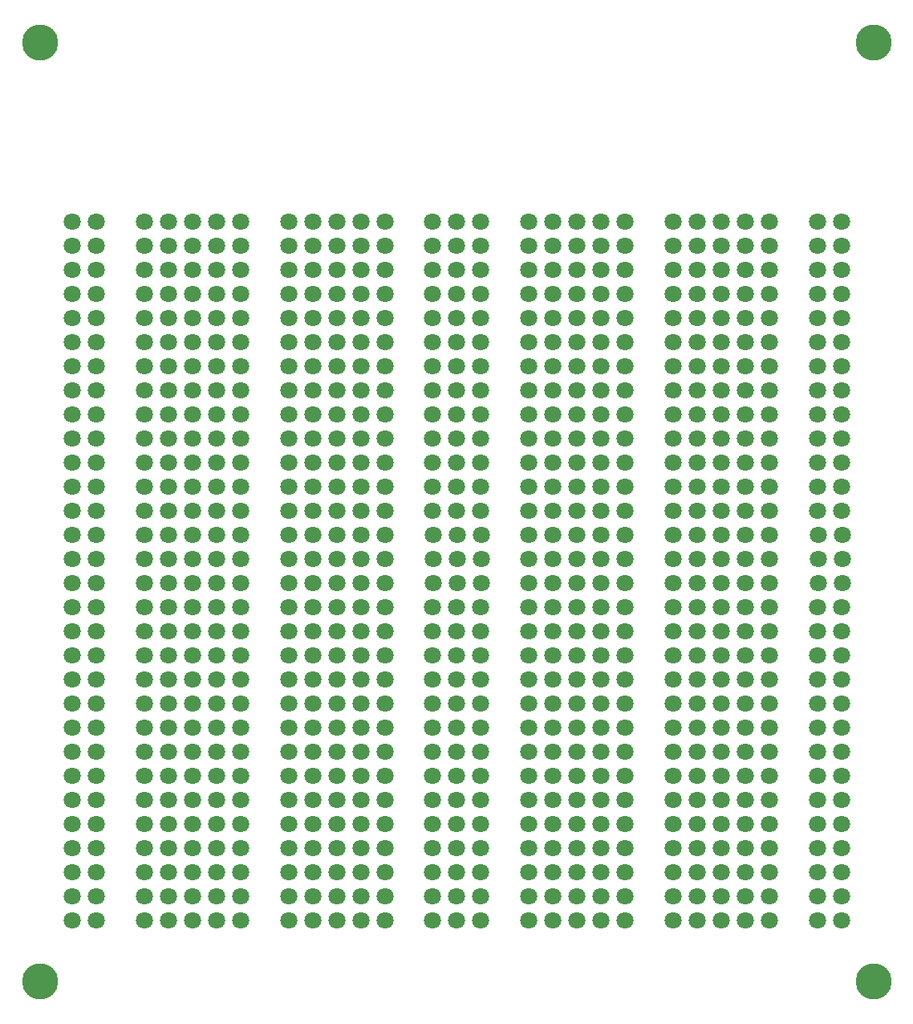
<source format=gbs>
G04 #@! TF.GenerationSoftware,KiCad,Pcbnew,8.0.2*
G04 #@! TF.CreationDate,2024-08-26T09:48:12-06:00*
G04 #@! TF.ProjectId,Perfboard_1_Horizontal,50657266-626f-4617-9264-5f315f486f72,rev?*
G04 #@! TF.SameCoordinates,Original*
G04 #@! TF.FileFunction,Soldermask,Bot*
G04 #@! TF.FilePolarity,Negative*
%FSLAX46Y46*%
G04 Gerber Fmt 4.6, Leading zero omitted, Abs format (unit mm)*
G04 Created by KiCad (PCBNEW 8.0.2) date 2024-08-26 09:48:12*
%MOMM*%
%LPD*%
G01*
G04 APERTURE LIST*
%ADD10C,1.803200*%
%ADD11C,2.600000*%
%ADD12C,3.800000*%
G04 APERTURE END LIST*
D10*
X160700000Y-124000000D03*
X135360000Y-126540000D03*
X137900000Y-78280000D03*
X165780000Y-78280000D03*
X188640000Y-80820000D03*
X158160000Y-52880000D03*
X132820000Y-106220000D03*
X148000000Y-83360000D03*
X120120000Y-57960000D03*
X145460000Y-55420000D03*
X140440000Y-85900000D03*
X109960000Y-101140000D03*
X125200000Y-78280000D03*
X115040000Y-70660000D03*
X181020000Y-118920000D03*
X163240000Y-68120000D03*
X181020000Y-65580000D03*
X137900000Y-118920000D03*
X163240000Y-90980000D03*
X186100000Y-55420000D03*
X122660000Y-121460000D03*
X120120000Y-75740000D03*
X122660000Y-60500000D03*
X117580000Y-124000000D03*
X148000000Y-55420000D03*
X132820000Y-108760000D03*
X155620000Y-75740000D03*
X163240000Y-113840000D03*
X107420000Y-80820000D03*
X145520000Y-90980000D03*
X170860000Y-63040000D03*
X155620000Y-55420000D03*
X122660000Y-70660000D03*
X122660000Y-118920000D03*
X186100000Y-78280000D03*
X188640000Y-113840000D03*
X181020000Y-106220000D03*
X178480000Y-126540000D03*
X173400000Y-126540000D03*
X117580000Y-73200000D03*
X120120000Y-111300000D03*
X135360000Y-106220000D03*
X132820000Y-57960000D03*
X155620000Y-108760000D03*
X150540000Y-80820000D03*
X132820000Y-68120000D03*
X137900000Y-88440000D03*
X137900000Y-106220000D03*
X120120000Y-101140000D03*
X148060000Y-90980000D03*
X107420000Y-108760000D03*
X115040000Y-52880000D03*
X109960000Y-70660000D03*
X150600000Y-85900000D03*
X188640000Y-116380000D03*
X173400000Y-101140000D03*
X160700000Y-57960000D03*
X188640000Y-124000000D03*
X178480000Y-101140000D03*
X117580000Y-75740000D03*
X150540000Y-124000000D03*
X150540000Y-116380000D03*
X158160000Y-75740000D03*
X186100000Y-70660000D03*
X188640000Y-63040000D03*
X132820000Y-103680000D03*
X158160000Y-101140000D03*
X137900000Y-113840000D03*
X117580000Y-85900000D03*
X165780000Y-83360000D03*
X148000000Y-121460000D03*
X120120000Y-60500000D03*
X122660000Y-52880000D03*
X122660000Y-75740000D03*
X120120000Y-90980000D03*
X155620000Y-93520000D03*
X150540000Y-93520000D03*
X130280000Y-108760000D03*
X125200000Y-103680000D03*
X115040000Y-88440000D03*
X109960000Y-80820000D03*
X122660000Y-85900000D03*
X165780000Y-124000000D03*
X125200000Y-121460000D03*
X125200000Y-68120000D03*
X120120000Y-113840000D03*
X188640000Y-96060000D03*
X150540000Y-113840000D03*
X178480000Y-75740000D03*
X163240000Y-121460000D03*
X145460000Y-70660000D03*
X140440000Y-52880000D03*
X178480000Y-93520000D03*
X117580000Y-63040000D03*
X122660000Y-96060000D03*
X170860000Y-55420000D03*
X186100000Y-118920000D03*
X107420000Y-126540000D03*
X148000000Y-52880000D03*
X137900000Y-75740000D03*
X148000000Y-103680000D03*
X165780000Y-93520000D03*
X120120000Y-116380000D03*
X137900000Y-90980000D03*
X165780000Y-57960000D03*
X173400000Y-68120000D03*
X120120000Y-88440000D03*
X109960000Y-63040000D03*
X150540000Y-111300000D03*
X178480000Y-121460000D03*
X178480000Y-106220000D03*
X109960000Y-73200000D03*
X181020000Y-90980000D03*
X158160000Y-80820000D03*
X125200000Y-98600000D03*
X160700000Y-118920000D03*
X135360000Y-80820000D03*
X178480000Y-63040000D03*
X145460000Y-63040000D03*
X109960000Y-60500000D03*
X130280000Y-73200000D03*
X175940000Y-70660000D03*
X132820000Y-73200000D03*
X158160000Y-85900000D03*
X163240000Y-70660000D03*
X135360000Y-118920000D03*
X135360000Y-70660000D03*
X186100000Y-96060000D03*
X109960000Y-124000000D03*
X135360000Y-96060000D03*
X188640000Y-57960000D03*
X135360000Y-98600000D03*
X186100000Y-75740000D03*
X140440000Y-70660000D03*
X122660000Y-108760000D03*
X173400000Y-75740000D03*
X188640000Y-83360000D03*
X163240000Y-83360000D03*
X175940000Y-85900000D03*
X115040000Y-111300000D03*
X132820000Y-88440000D03*
X117580000Y-55420000D03*
X140440000Y-98600000D03*
X158160000Y-93520000D03*
X170860000Y-65580000D03*
X150540000Y-121460000D03*
X130280000Y-106220000D03*
X130280000Y-70660000D03*
X122660000Y-57960000D03*
X135360000Y-65580000D03*
X148000000Y-78280000D03*
X137900000Y-101140000D03*
X120120000Y-63040000D03*
X145460000Y-106220000D03*
X160700000Y-55420000D03*
X181020000Y-73200000D03*
X145460000Y-126540000D03*
X148000000Y-118920000D03*
X160700000Y-103680000D03*
X117580000Y-93520000D03*
X135360000Y-93520000D03*
X117580000Y-88440000D03*
X163240000Y-55420000D03*
X173400000Y-113840000D03*
X140440000Y-106220000D03*
X107420000Y-101140000D03*
X140440000Y-57960000D03*
X160700000Y-63040000D03*
X158160000Y-124000000D03*
X150540000Y-73200000D03*
X158160000Y-55420000D03*
X181020000Y-116380000D03*
X122660000Y-116380000D03*
X160700000Y-85900000D03*
X120120000Y-85900000D03*
X115040000Y-126540000D03*
X125200000Y-70660000D03*
X163240000Y-78280000D03*
X178480000Y-113840000D03*
X155620000Y-52880000D03*
X132820000Y-63040000D03*
X160700000Y-106220000D03*
X173400000Y-108760000D03*
X170860000Y-106220000D03*
X155620000Y-73200000D03*
X140440000Y-96060000D03*
X145460000Y-101140000D03*
X170860000Y-108760000D03*
X120120000Y-121460000D03*
X165780000Y-88440000D03*
X188640000Y-65580000D03*
X188640000Y-73200000D03*
X163240000Y-80820000D03*
X170860000Y-80820000D03*
X148000000Y-80820000D03*
X115040000Y-90980000D03*
X148000000Y-57960000D03*
X115040000Y-103680000D03*
X150600000Y-90980000D03*
X170860000Y-57960000D03*
X130280000Y-55420000D03*
X175940000Y-121460000D03*
X165780000Y-121460000D03*
X173400000Y-98600000D03*
X125200000Y-90980000D03*
X165780000Y-126540000D03*
X173400000Y-124000000D03*
X115040000Y-60500000D03*
X186100000Y-68120000D03*
X158160000Y-73200000D03*
X109960000Y-108760000D03*
X150540000Y-78280000D03*
X115040000Y-85900000D03*
X160700000Y-78280000D03*
X163240000Y-124000000D03*
X175940000Y-68120000D03*
X125200000Y-124000000D03*
X109960000Y-118920000D03*
X117580000Y-80820000D03*
X181020000Y-103680000D03*
X150540000Y-118920000D03*
X122660000Y-80820000D03*
X148000000Y-111300000D03*
X130280000Y-116380000D03*
X165780000Y-80820000D03*
X148000000Y-63040000D03*
X137900000Y-111300000D03*
X170860000Y-113840000D03*
X170860000Y-96060000D03*
X178480000Y-57960000D03*
X158160000Y-116380000D03*
X178480000Y-83360000D03*
X107420000Y-57960000D03*
X107420000Y-96060000D03*
X135360000Y-90980000D03*
X160700000Y-116380000D03*
X120120000Y-65580000D03*
X132820000Y-55420000D03*
X130280000Y-96060000D03*
X148000000Y-126540000D03*
X145460000Y-52880000D03*
X158160000Y-108760000D03*
X122660000Y-68120000D03*
X160700000Y-52880000D03*
X130280000Y-75740000D03*
X178480000Y-68120000D03*
X140440000Y-68120000D03*
X173400000Y-57960000D03*
X173400000Y-96060000D03*
X170860000Y-124000000D03*
X120120000Y-98600000D03*
X137900000Y-93520000D03*
X186160000Y-88440000D03*
X125200000Y-126540000D03*
X140440000Y-55420000D03*
X181020000Y-111300000D03*
X181020000Y-113840000D03*
X130280000Y-93520000D03*
X115040000Y-78280000D03*
X137900000Y-65580000D03*
X117580000Y-116380000D03*
X181020000Y-78280000D03*
X150540000Y-101140000D03*
X137900000Y-80820000D03*
X188700000Y-88440000D03*
X145460000Y-57960000D03*
X140440000Y-83360000D03*
X173400000Y-93520000D03*
X188640000Y-103680000D03*
X115040000Y-101140000D03*
X170860000Y-85900000D03*
X170860000Y-118920000D03*
X109960000Y-83360000D03*
X148000000Y-113840000D03*
X115040000Y-68120000D03*
X165780000Y-96060000D03*
X181020000Y-75740000D03*
X120120000Y-80820000D03*
X155620000Y-124000000D03*
X188640000Y-126540000D03*
X173400000Y-80820000D03*
X130280000Y-88440000D03*
X132820000Y-98600000D03*
X158160000Y-118920000D03*
X173400000Y-116380000D03*
X122660000Y-106220000D03*
X160700000Y-65580000D03*
X178480000Y-60500000D03*
X163240000Y-108760000D03*
X137900000Y-103680000D03*
X115040000Y-113840000D03*
X109960000Y-96060000D03*
X170860000Y-93520000D03*
X132820000Y-126540000D03*
X165780000Y-116380000D03*
X170860000Y-103680000D03*
X148000000Y-65580000D03*
X155620000Y-101140000D03*
X163240000Y-103680000D03*
X170860000Y-68120000D03*
X120120000Y-55420000D03*
X160700000Y-83360000D03*
X132820000Y-65580000D03*
X158160000Y-83360000D03*
X137900000Y-55420000D03*
X150540000Y-75740000D03*
X130280000Y-113840000D03*
X130280000Y-103680000D03*
X181020000Y-101140000D03*
X109960000Y-90980000D03*
X155620000Y-68120000D03*
X178480000Y-65580000D03*
X148000000Y-106220000D03*
X188640000Y-93520000D03*
X107420000Y-60500000D03*
X155620000Y-118920000D03*
X188640000Y-108760000D03*
X148000000Y-101140000D03*
X140440000Y-78280000D03*
X137900000Y-52880000D03*
X115040000Y-121460000D03*
X120120000Y-78280000D03*
X170860000Y-78280000D03*
X130280000Y-98600000D03*
X186100000Y-124000000D03*
X132820000Y-93520000D03*
X186100000Y-57960000D03*
X165780000Y-55420000D03*
D11*
X104000000Y-133000000D03*
D12*
X104000000Y-133000000D03*
D10*
X148000000Y-98600000D03*
X117580000Y-83360000D03*
X170860000Y-60500000D03*
X135360000Y-52880000D03*
X163240000Y-93520000D03*
X140440000Y-75740000D03*
X155620000Y-121460000D03*
X107420000Y-106220000D03*
X109960000Y-57960000D03*
X186100000Y-106220000D03*
X140440000Y-103680000D03*
X135360000Y-55420000D03*
X122660000Y-65580000D03*
X137900000Y-70660000D03*
X145460000Y-60500000D03*
X160700000Y-90980000D03*
X109960000Y-75740000D03*
X173400000Y-88440000D03*
X120120000Y-73200000D03*
X109960000Y-113840000D03*
X186100000Y-65580000D03*
X170860000Y-98600000D03*
X130280000Y-101140000D03*
X137900000Y-85900000D03*
X175940000Y-124000000D03*
X165780000Y-60500000D03*
X107420000Y-73200000D03*
X125200000Y-116380000D03*
X173400000Y-60500000D03*
X137900000Y-108760000D03*
X165780000Y-118920000D03*
X120120000Y-83360000D03*
X181020000Y-85900000D03*
X132820000Y-75740000D03*
X186160000Y-90980000D03*
X115040000Y-65580000D03*
X175940000Y-73200000D03*
X160700000Y-121460000D03*
X137900000Y-83360000D03*
X145460000Y-93520000D03*
X186100000Y-103680000D03*
X107420000Y-113840000D03*
X107420000Y-98600000D03*
X132820000Y-52880000D03*
X145460000Y-116380000D03*
X137900000Y-96060000D03*
X132820000Y-113840000D03*
X120120000Y-70660000D03*
X107420000Y-121460000D03*
X117580000Y-101140000D03*
X125200000Y-93520000D03*
X120120000Y-106220000D03*
X117580000Y-111300000D03*
X135360000Y-108760000D03*
X115040000Y-80820000D03*
X137900000Y-73200000D03*
X155620000Y-57960000D03*
X158160000Y-103680000D03*
X117580000Y-57960000D03*
X173400000Y-73200000D03*
X135360000Y-111300000D03*
X122660000Y-126540000D03*
X135360000Y-68120000D03*
X188640000Y-78280000D03*
X178480000Y-80820000D03*
X135360000Y-78280000D03*
X107420000Y-90980000D03*
X145460000Y-65580000D03*
X140440000Y-108760000D03*
X125200000Y-113840000D03*
X109960000Y-55420000D03*
X188640000Y-68120000D03*
X122660000Y-88440000D03*
X163240000Y-88440000D03*
X165780000Y-70660000D03*
X150540000Y-126540000D03*
X158160000Y-70660000D03*
X120120000Y-93520000D03*
X122660000Y-101140000D03*
X173400000Y-78280000D03*
X163240000Y-57960000D03*
X158160000Y-96060000D03*
X188640000Y-98600000D03*
X150540000Y-68120000D03*
X117580000Y-106220000D03*
X115040000Y-98600000D03*
X107420000Y-111300000D03*
X186100000Y-52880000D03*
X135360000Y-121460000D03*
X178480000Y-90980000D03*
X130280000Y-126540000D03*
X160700000Y-111300000D03*
X158160000Y-65580000D03*
X181020000Y-57960000D03*
X135360000Y-88440000D03*
X170860000Y-116380000D03*
X163240000Y-65580000D03*
X140440000Y-60500000D03*
X181020000Y-80820000D03*
X140440000Y-126540000D03*
X117580000Y-126540000D03*
X158160000Y-106220000D03*
X137900000Y-124000000D03*
X158160000Y-111300000D03*
X160700000Y-108760000D03*
X125200000Y-65580000D03*
X165780000Y-73200000D03*
X130280000Y-60500000D03*
X117580000Y-68120000D03*
X178480000Y-88440000D03*
X132820000Y-85900000D03*
X115040000Y-116380000D03*
X137900000Y-60500000D03*
X188640000Y-70660000D03*
X117580000Y-121460000D03*
X125200000Y-73200000D03*
X125200000Y-106220000D03*
X109960000Y-111300000D03*
X173400000Y-52880000D03*
X135360000Y-63040000D03*
X160700000Y-60500000D03*
X165780000Y-75740000D03*
X117580000Y-108760000D03*
X175940000Y-65580000D03*
X122660000Y-111300000D03*
X165780000Y-101140000D03*
X155620000Y-78280000D03*
X145460000Y-111300000D03*
X145460000Y-75740000D03*
X140440000Y-121460000D03*
X117580000Y-78280000D03*
X175940000Y-57960000D03*
X148000000Y-116380000D03*
X165780000Y-108760000D03*
X135360000Y-83360000D03*
X137900000Y-98600000D03*
X132820000Y-111300000D03*
X175940000Y-90980000D03*
X117580000Y-70660000D03*
X175940000Y-111300000D03*
X132820000Y-124000000D03*
X158160000Y-78280000D03*
X186100000Y-98600000D03*
X175940000Y-118920000D03*
D11*
X192000000Y-34000000D03*
D12*
X192000000Y-34000000D03*
D10*
X120120000Y-118920000D03*
X186100000Y-73200000D03*
X160700000Y-126540000D03*
X160700000Y-68120000D03*
X122660000Y-78280000D03*
X140440000Y-124000000D03*
X158160000Y-126540000D03*
X178480000Y-70660000D03*
X130280000Y-83360000D03*
X158160000Y-113840000D03*
X145520000Y-88440000D03*
X109960000Y-93520000D03*
X122660000Y-63040000D03*
X158160000Y-63040000D03*
X135360000Y-60500000D03*
X140440000Y-65580000D03*
X130280000Y-121460000D03*
X173400000Y-70660000D03*
X163240000Y-118920000D03*
X135360000Y-124000000D03*
X181020000Y-60500000D03*
X186160000Y-85900000D03*
X145460000Y-108760000D03*
X130280000Y-52880000D03*
X155620000Y-83360000D03*
X125200000Y-83360000D03*
X145460000Y-121460000D03*
X148000000Y-70660000D03*
X173400000Y-83360000D03*
X122660000Y-83360000D03*
X158160000Y-57960000D03*
X173400000Y-85900000D03*
X109960000Y-68120000D03*
X155620000Y-96060000D03*
X109960000Y-106220000D03*
X181020000Y-121460000D03*
X150540000Y-70660000D03*
X178480000Y-124000000D03*
X137900000Y-121460000D03*
X132820000Y-80820000D03*
X175940000Y-108760000D03*
X165780000Y-65580000D03*
X178480000Y-85900000D03*
X109960000Y-116380000D03*
X181020000Y-96060000D03*
X145460000Y-68120000D03*
X125200000Y-52880000D03*
X132820000Y-118920000D03*
X140440000Y-116380000D03*
X115040000Y-106220000D03*
X150540000Y-60500000D03*
X125200000Y-111300000D03*
X135360000Y-73200000D03*
X165780000Y-106220000D03*
X155620000Y-88440000D03*
X150540000Y-98600000D03*
X148060000Y-88440000D03*
X165780000Y-113840000D03*
X173400000Y-111300000D03*
X178480000Y-118920000D03*
X145460000Y-73200000D03*
X107420000Y-75740000D03*
X140440000Y-90980000D03*
X140440000Y-88440000D03*
X137900000Y-126540000D03*
X175940000Y-93520000D03*
X155620000Y-126540000D03*
X165780000Y-111300000D03*
X130280000Y-90980000D03*
X160700000Y-70660000D03*
X175940000Y-98600000D03*
X186100000Y-93520000D03*
X148000000Y-68120000D03*
X122660000Y-98600000D03*
X148060000Y-85900000D03*
X163240000Y-63040000D03*
X155620000Y-85900000D03*
X175940000Y-60500000D03*
X120120000Y-126540000D03*
X163240000Y-85900000D03*
X115040000Y-93520000D03*
X170860000Y-75740000D03*
X173400000Y-118920000D03*
X132820000Y-60500000D03*
X120120000Y-96060000D03*
X186100000Y-80820000D03*
X165780000Y-85900000D03*
X145460000Y-98600000D03*
X107420000Y-103680000D03*
X165780000Y-52880000D03*
X117580000Y-113840000D03*
X178480000Y-55420000D03*
X115040000Y-124000000D03*
X130280000Y-80820000D03*
X148000000Y-93520000D03*
X150600000Y-88440000D03*
X109960000Y-52880000D03*
X163240000Y-60500000D03*
X145460000Y-118920000D03*
X175940000Y-88440000D03*
X155620000Y-70660000D03*
X188640000Y-101140000D03*
X173400000Y-63040000D03*
X148000000Y-75740000D03*
X173400000Y-121460000D03*
X170860000Y-52880000D03*
X125200000Y-55420000D03*
X107420000Y-63040000D03*
X132820000Y-83360000D03*
X135360000Y-113840000D03*
X107420000Y-93520000D03*
X155620000Y-98600000D03*
X175940000Y-78280000D03*
X160700000Y-98600000D03*
X135360000Y-103680000D03*
X150540000Y-83360000D03*
X155620000Y-106220000D03*
X109960000Y-85900000D03*
X130280000Y-124000000D03*
X109960000Y-88440000D03*
X175940000Y-83360000D03*
X122660000Y-103680000D03*
X132820000Y-96060000D03*
X165780000Y-103680000D03*
X188700000Y-90980000D03*
X175940000Y-52880000D03*
X107420000Y-52880000D03*
X122660000Y-55420000D03*
X175940000Y-63040000D03*
X181020000Y-55420000D03*
X155620000Y-103680000D03*
X170860000Y-70660000D03*
X181020000Y-63040000D03*
X181020000Y-93520000D03*
X158160000Y-98600000D03*
X178480000Y-103680000D03*
X117580000Y-90980000D03*
X188640000Y-118920000D03*
X181020000Y-52880000D03*
X163240000Y-126540000D03*
X150540000Y-106220000D03*
X188640000Y-111300000D03*
D11*
X104000000Y-34000000D03*
D12*
X104000000Y-34000000D03*
D10*
X148000000Y-96060000D03*
X175940000Y-103680000D03*
X132820000Y-121460000D03*
X173400000Y-55420000D03*
X107420000Y-118920000D03*
X178480000Y-73200000D03*
X160700000Y-93520000D03*
X188640000Y-75740000D03*
X107420000Y-68120000D03*
X117580000Y-52880000D03*
X170860000Y-101140000D03*
X178480000Y-98600000D03*
X186100000Y-101140000D03*
X175940000Y-55420000D03*
X188700000Y-85900000D03*
X109960000Y-103680000D03*
X170860000Y-90980000D03*
X122660000Y-73200000D03*
X107420000Y-124000000D03*
X181020000Y-108760000D03*
X155620000Y-116380000D03*
X155620000Y-80820000D03*
X170860000Y-126540000D03*
X135360000Y-85900000D03*
X170860000Y-88440000D03*
X117580000Y-65580000D03*
X175940000Y-101140000D03*
X173400000Y-90980000D03*
X125200000Y-85900000D03*
X115040000Y-75740000D03*
X150540000Y-63040000D03*
X130280000Y-78280000D03*
X175940000Y-75740000D03*
X155620000Y-65580000D03*
X145520000Y-85900000D03*
X160700000Y-75740000D03*
X140440000Y-93520000D03*
X181020000Y-83360000D03*
X155620000Y-63040000D03*
X107420000Y-83360000D03*
X178480000Y-78280000D03*
X120120000Y-124000000D03*
X165780000Y-63040000D03*
X115040000Y-57960000D03*
X160700000Y-88440000D03*
X178480000Y-111300000D03*
D11*
X192000000Y-133000000D03*
D12*
X192000000Y-133000000D03*
D10*
X155620000Y-90980000D03*
X130280000Y-111300000D03*
X132820000Y-78280000D03*
X115040000Y-83360000D03*
X175940000Y-126540000D03*
X137900000Y-63040000D03*
X175940000Y-113840000D03*
X158160000Y-90980000D03*
X109960000Y-121460000D03*
X107420000Y-55420000D03*
X158160000Y-88440000D03*
X163240000Y-98600000D03*
X160700000Y-73200000D03*
X145460000Y-96060000D03*
X181020000Y-70660000D03*
X140440000Y-101140000D03*
X155620000Y-113840000D03*
X188640000Y-60500000D03*
X120120000Y-52880000D03*
X181020000Y-124000000D03*
X107420000Y-65580000D03*
X140440000Y-118920000D03*
X175940000Y-96060000D03*
X188640000Y-55420000D03*
X117580000Y-60500000D03*
X140440000Y-73200000D03*
X186100000Y-116380000D03*
X163240000Y-106220000D03*
X125200000Y-57960000D03*
X186100000Y-83360000D03*
X155620000Y-60500000D03*
X115040000Y-55420000D03*
X160700000Y-80820000D03*
X107420000Y-85900000D03*
X117580000Y-98600000D03*
X170860000Y-111300000D03*
X165780000Y-90980000D03*
X145460000Y-103680000D03*
X186100000Y-108760000D03*
X178480000Y-108760000D03*
X148000000Y-73200000D03*
X122660000Y-124000000D03*
X117580000Y-96060000D03*
X120120000Y-103680000D03*
X188640000Y-52880000D03*
X145460000Y-124000000D03*
X109960000Y-126540000D03*
X130280000Y-63040000D03*
X125200000Y-118920000D03*
X115040000Y-63040000D03*
X125200000Y-60500000D03*
X186100000Y-60500000D03*
X148000000Y-124000000D03*
X117580000Y-118920000D03*
X175940000Y-106220000D03*
X186100000Y-126540000D03*
X186100000Y-121460000D03*
X148000000Y-108760000D03*
X125200000Y-80820000D03*
X175940000Y-80820000D03*
X158160000Y-121460000D03*
X181020000Y-68120000D03*
X107420000Y-116380000D03*
X186100000Y-111300000D03*
X115040000Y-108760000D03*
X163240000Y-111300000D03*
X125200000Y-75740000D03*
X158160000Y-60500000D03*
X150540000Y-57960000D03*
X140440000Y-80820000D03*
X145460000Y-83360000D03*
X135360000Y-75740000D03*
X163240000Y-75740000D03*
X130280000Y-57960000D03*
X140440000Y-113840000D03*
X109960000Y-98600000D03*
X117580000Y-103680000D03*
X132820000Y-101140000D03*
X181020000Y-126540000D03*
X163240000Y-96060000D03*
X170860000Y-121460000D03*
X170860000Y-73200000D03*
X130280000Y-65580000D03*
X158160000Y-68120000D03*
X125200000Y-108760000D03*
X122660000Y-93520000D03*
X150540000Y-52880000D03*
X150540000Y-108760000D03*
X115040000Y-118920000D03*
X125200000Y-63040000D03*
X186100000Y-113840000D03*
X165780000Y-68120000D03*
X150540000Y-96060000D03*
X150540000Y-103680000D03*
X125200000Y-88440000D03*
X140440000Y-63040000D03*
X160700000Y-96060000D03*
X107420000Y-70660000D03*
X173400000Y-106220000D03*
X175940000Y-116380000D03*
X150540000Y-65580000D03*
X178480000Y-96060000D03*
X140440000Y-111300000D03*
X135360000Y-57960000D03*
X160700000Y-101140000D03*
X120120000Y-68120000D03*
X115040000Y-73200000D03*
X135360000Y-116380000D03*
X163240000Y-73200000D03*
X188640000Y-106220000D03*
X122660000Y-90980000D03*
X132820000Y-90980000D03*
X137900000Y-116380000D03*
X109960000Y-65580000D03*
X137900000Y-57960000D03*
X145460000Y-113840000D03*
X130280000Y-118920000D03*
X155620000Y-111300000D03*
X132820000Y-116380000D03*
X107420000Y-88440000D03*
X107420000Y-78280000D03*
X135360000Y-101140000D03*
X170860000Y-83360000D03*
X122660000Y-113840000D03*
X163240000Y-101140000D03*
X145460000Y-80820000D03*
X148000000Y-60500000D03*
X165780000Y-98600000D03*
X186100000Y-63040000D03*
X178480000Y-116380000D03*
X125200000Y-101140000D03*
X173400000Y-65580000D03*
X163240000Y-116380000D03*
X115040000Y-96060000D03*
X125200000Y-96060000D03*
X130280000Y-68120000D03*
X181020000Y-88440000D03*
X188640000Y-121460000D03*
X120120000Y-108760000D03*
X137900000Y-68120000D03*
X132820000Y-70660000D03*
X173400000Y-103680000D03*
X181020000Y-98600000D03*
X178480000Y-52880000D03*
X163240000Y-52880000D03*
X145460000Y-78280000D03*
X109960000Y-78280000D03*
X130280000Y-85900000D03*
X150540000Y-55420000D03*
X160700000Y-113840000D03*
M02*

</source>
